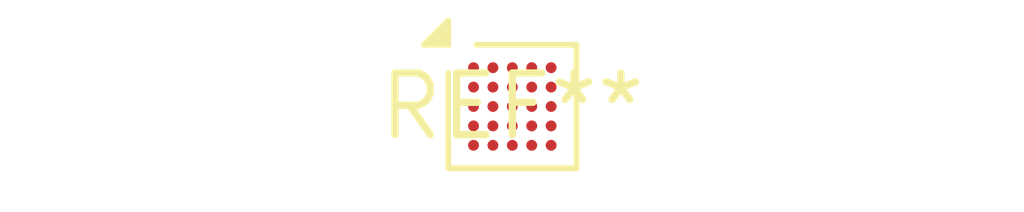
<source format=kicad_pcb>
(kicad_pcb (version 20240108) (generator pcbnew)
  (layers (0 "F.Cu" signal) (31 "B.Cu" signal) (34 "B.Paste" user) (35 "F.Paste" user) (36 "B.SilkS" user "B.Silkscreen") (37 "F.SilkS" user "F.Silkscreen") (38 "B.Mask" user) (39 "F.Mask" user) (44 "Edge.Cuts" user))
  (net 0 "")
  (footprint "ST_WLCSP-25_Die444" (layer "F.Cu") (at 0 0)
    (property "Reference" "REF**")
    (property "Value" "ST_WLCSP-25_Die444")
    (fp_line (start -1.3215 1.2725) (end -1.3215 -0.69125) (layer "F.SilkS") (stroke (width 0.12)))
    (fp_line (start -0.74025 -1.2725) (end 1.3215 -1.2725) (layer "F.SilkS") (stroke (width 0.12)))
    (fp_line (start 1.3215 -1.2725) (end 1.3215 1.2725) (layer "F.SilkS") (stroke (width 0.12)))
    (fp_line (start 1.3215 1.2725) (end -1.3215 1.2725) (layer "F.SilkS") (stroke (width 0.12)))
    (fp_poly (pts (xy -1.3215 -1.2725) (xy -1.8215 -1.2725) (xy -1.3215 -1.7725) (xy -1.3215 -1.2725)) (layer "F.SilkS") (stroke (width 0.12)) (fill solid))
    (pad "A1" smd circle (at -0.8 -0.8) (size 0.225 0.225) (property pad_prop_bga) (layers "F.Cu" "F.Paste" "F.Mask"))
    (pad "A2" smd circle (at -0.4 -0.8) (size 0.225 0.225) (property pad_prop_bga) (layers "F.Cu" "F.Paste" "F.Mask"))
    (pad "A3" smd circle (at 0 -0.8) (size 0.225 0.225) (property pad_prop_bga) (layers "F.Cu" "F.Paste" "F.Mask"))
    (pad "A4" smd circle (at 0.4 -0.8) (size 0.225 0.225) (property pad_prop_bga) (layers "F.Cu" "F.Paste" "F.Mask"))
    (pad "A5" smd circle (at 0.8 -0.8) (size 0.225 0.225) (property pad_prop_bga) (layers "F.Cu" "F.Paste" "F.Mask"))
    (pad "B1" smd circle (at -0.8 -0.4) (size 0.225 0.225) (property pad_prop_bga) (layers "F.Cu" "F.Paste" "F.Mask"))
    (pad "B2" smd circle (at -0.4 -0.4) (size 0.225 0.225) (property pad_prop_bga) (layers "F.Cu" "F.Paste" "F.Mask"))
    (pad "B3" smd circle (at 0 -0.4) (size 0.225 0.225) (property pad_prop_bga) (layers "F.Cu" "F.Paste" "F.Mask"))
    (pad "B4" smd circle (at 0.4 -0.4) (size 0.225 0.225) (property pad_prop_bga) (layers "F.Cu" "F.Paste" "F.Mask"))
    (pad "B5" smd circle (at 0.8 -0.4) (size 0.225 0.225) (property pad_prop_bga) (layers "F.Cu" "F.Paste" "F.Mask"))
    (pad "C1" smd circle (at -0.8 0) (size 0.225 0.225) (property pad_prop_bga) (layers "F.Cu" "F.Paste" "F.Mask"))
    (pad "C2" smd circle (at -0.4 0) (size 0.225 0.225) (property pad_prop_bga) (layers "F.Cu" "F.Paste" "F.Mask"))
    (pad "C3" smd circle (at 0 0) (size 0.225 0.225) (property pad_prop_bga) (layers "F.Cu" "F.Paste" "F.Mask"))
    (pad "C4" smd circle (at 0.4 0) (size 0.225 0.225) (property pad_prop_bga) (layers "F.Cu" "F.Paste" "F.Mask"))
    (pad "C5" smd circle (at 0.8 0) (size 0.225 0.225) (property pad_prop_bga) (layers "F.Cu" "F.Paste" "F.Mask"))
    (pad "D1" smd circle (at -0.8 0.4) (size 0.225 0.225) (property pad_prop_bga) (layers "F.Cu" "F.Paste" "F.Mask"))
    (pad "D2" smd circle (at -0.4 0.4) (size 0.225 0.225) (property pad_prop_bga) (layers "F.Cu" "F.Paste" "F.Mask"))
    (pad "D3" smd circle (at 0 0.4) (size 0.225 0.225) (property pad_prop_bga) (layers "F.Cu" "F.Paste" "F.Mask"))
    (pad "D4" smd circle (at 0.4 0.4) (size 0.225 0.225) (property pad_prop_bga) (layers "F.Cu" "F.Paste" "F.Mask"))
    (pad "D5" smd circle (at 0.8 0.4) (size 0.225 0.225) (property pad_prop_bga) (layers "F.Cu" "F.Paste" "F.Mask"))
    (pad "E1" smd circle (at -0.8 0.8) (size 0.225 0.225) (property pad_prop_bga) (layers "F.Cu" "F.Paste" "F.Mask"))
    (pad "E2" smd circle (at -0.4 0.8) (size 0.225 0.225) (property pad_prop_bga) (layers "F.Cu" "F.Paste" "F.Mask"))
    (pad "E3" smd circle (at 0 0.8) (size 0.225 0.225) (property pad_prop_bga) (layers "F.Cu" "F.Paste" "F.Mask"))
    (pad "E4" smd circle (at 0.4 0.8) (size 0.225 0.225) (property pad_prop_bga) (layers "F.Cu" "F.Paste" "F.Mask"))
    (pad "E5" smd circle (at 0.8 0.8) (size 0.225 0.225) (property pad_prop_bga) (layers "F.Cu" "F.Paste" "F.Mask"))
  )
)
</source>
